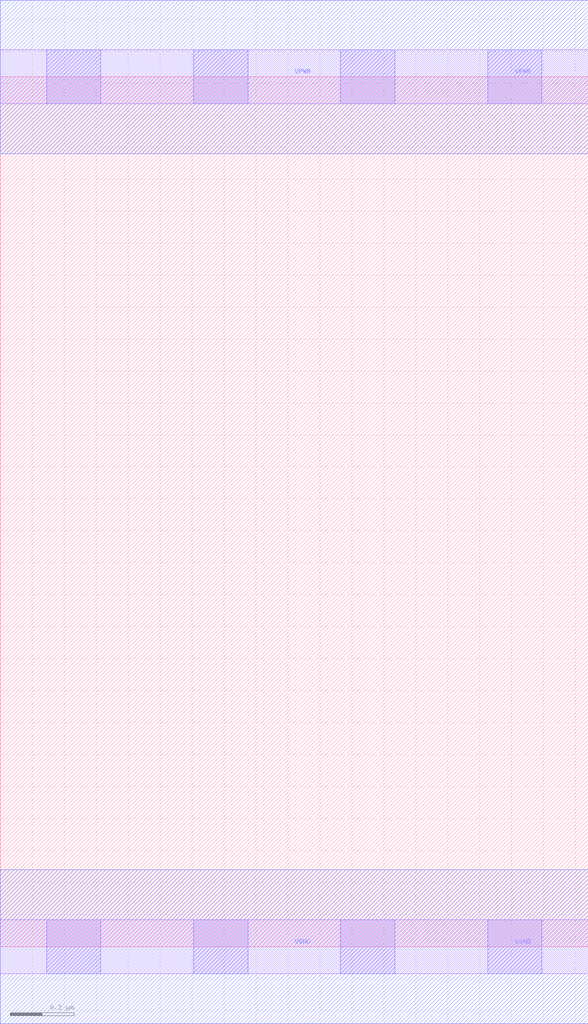
<source format=lef>
# Copyright 2020 The SkyWater PDK Authors
#
# Licensed under the Apache License, Version 2.0 (the "License");
# you may not use this file except in compliance with the License.
# You may obtain a copy of the License at
#
#     https://www.apache.org/licenses/LICENSE-2.0
#
# Unless required by applicable law or agreed to in writing, software
# distributed under the License is distributed on an "AS IS" BASIS,
# WITHOUT WARRANTIES OR CONDITIONS OF ANY KIND, either express or implied.
# See the License for the specific language governing permissions and
# limitations under the License.
#
# SPDX-License-Identifier: Apache-2.0

VERSION 5.7 ;
  NAMESCASESENSITIVE ON ;
  NOWIREEXTENSIONATPIN ON ;
  DIVIDERCHAR "/" ;
  BUSBITCHARS "[]" ;
UNITS
  DATABASE MICRONS 200 ;
END UNITS
MACRO sky130_fd_sc_hd__fill_4
  CLASS CORE ;
  SOURCE USER ;
  FOREIGN sky130_fd_sc_hd__fill_4 ;
  ORIGIN  0.000000  0.000000 ;
  SIZE  1.840000 BY  2.720000 ;
  SYMMETRY X Y R90 ;
  SITE unithd ;
  PIN VGND
    DIRECTION INOUT ;
    SHAPE ABUTMENT ;
    USE GROUND ;
    PORT
      LAYER li1 ;
        RECT 0.000000 -0.085000 1.840000 0.085000 ;
      LAYER mcon ;
        RECT 0.145000 -0.085000 0.315000 0.085000 ;
        RECT 0.605000 -0.085000 0.775000 0.085000 ;
        RECT 1.065000 -0.085000 1.235000 0.085000 ;
        RECT 1.525000 -0.085000 1.695000 0.085000 ;
      LAYER met1 ;
        RECT 0.000000 -0.240000 1.840000 0.240000 ;
    END
  END VGND
  PIN VPWR
    DIRECTION INOUT ;
    SHAPE ABUTMENT ;
    USE POWER ;
    PORT
      LAYER li1 ;
        RECT 0.000000 2.635000 1.840000 2.805000 ;
      LAYER mcon ;
        RECT 0.145000 2.635000 0.315000 2.805000 ;
        RECT 0.605000 2.635000 0.775000 2.805000 ;
        RECT 1.065000 2.635000 1.235000 2.805000 ;
        RECT 1.525000 2.635000 1.695000 2.805000 ;
      LAYER met1 ;
        RECT 0.000000 2.480000 1.840000 2.960000 ;
    END
  END VPWR
END sky130_fd_sc_hd__fill_4
END LIBRARY

</source>
